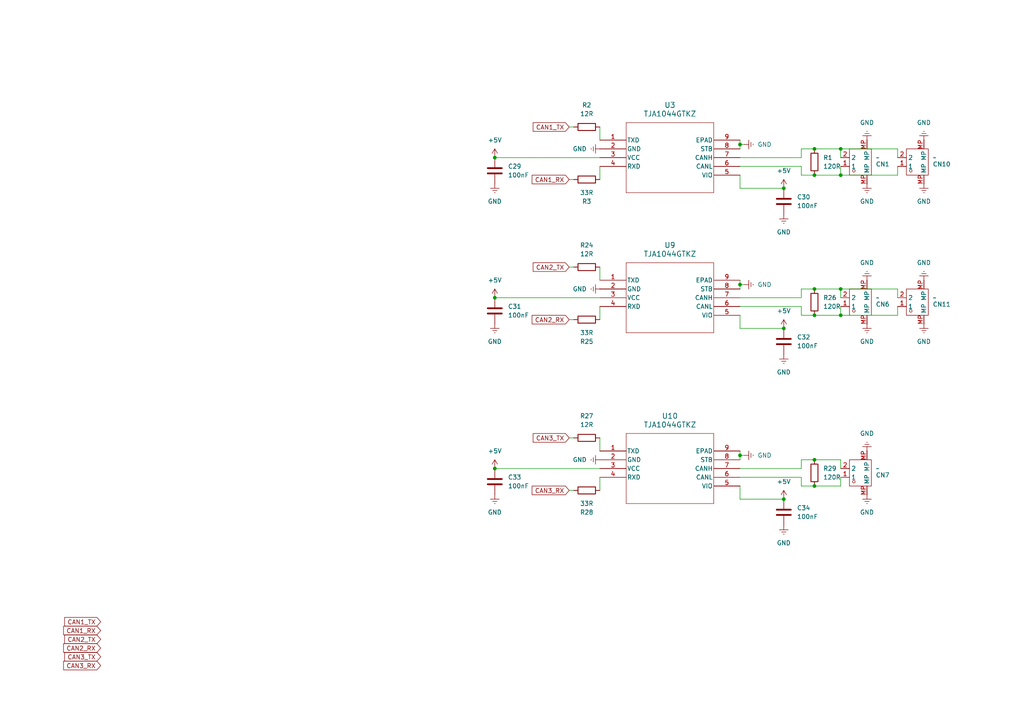
<source format=kicad_sch>
(kicad_sch (version 20231120) (generator "eeschema") (generator_version "8.0")
  (paper "A4")
  (lib_symbols
    (symbol "Device:C" (pin_numbers hide) (pin_names (offset 0.254))
      (property "Reference" "C" (at 0.635 2.54 0))
      (property "Value" "C" (at 0.635 -2.54 0))
      (symbol "C_0_1"
        (polyline (pts (xy -2.032 -0.762) (xy 2.032 -0.762)) (stroke (width 0.508)))
        (polyline (pts (xy -2.032 0.762) (xy 2.032 0.762)) (stroke (width 0.508)))
      )
      (symbol "C_1_1"
        (pin passive line (at 0 3.81 270) (length 2.794) (name "~") (number "1"))
        (pin passive line (at 0 -3.81 90) (length 2.794) (name "~") (number "2"))
      )
    )
    (symbol "Device:R" (pin_numbers hide) (pin_names (offset 0))
      (property "Reference" "R" (at 2.032 0 90))
      (property "Value" "R" (at 0 0 90))
      (symbol "R_0_1"
        (rectangle (start -1.016 -2.54) (end 1.016 2.54) (stroke (width 0.254)))
      )
      (symbol "R_1_1"
        (pin passive line (at 0 3.81 270) (length 1.27) (name "~") (number "1"))
        (pin passive line (at 0 -3.81 90) (length 1.27) (name "~") (number "2"))
      )
    )
    (symbol "Kaiser:GH125-02"
      (property "Reference" "CN" (at 6.096 5.08 0))
      (symbol "GH125-02_1_0"
        (rectangle (start -1.27 -3.81) (end 5.08 3.81))
        (circle (center 0 2.54) (radius 0.381))
        (pin unspecified line (at -3.81 1.27 0) (length 2.54) (name "1") (number "1"))
        (pin unspecified line (at -3.81 -1.27 0) (length 2.54) (name "2") (number "2"))
        (pin unspecified line (at 3.81 -6.35 90) (length 2.54) (name "MP") (number "MP"))
        (pin unspecified line (at 3.81 6.35 270) (length 2.54) (name "MP") (number "MP"))
      )
    )
    (symbol "Kaiser:TJA1044GTKZ" (pin_names (offset 0.254))
      (property "Reference" "U" (at 8.128 6.35 0))
      (property "Value" "TJA1044GTKZ" (at 20.32 -11.938 0))
      (symbol "TJA1044GTKZ_0_1"
        (polyline (pts (xy 7.62 -15.24) (xy 33.02 -15.24)) (stroke (width 0.127)))
        (polyline (pts (xy 7.62 5.08) (xy 7.62 -15.24)) (stroke (width 0.127)))
        (polyline (pts (xy 33.02 -15.24) (xy 33.02 5.08)) (stroke (width 0.127)))
        (polyline (pts (xy 33.02 5.08) (xy 7.62 5.08)) (stroke (width 0.127)))
        (pin input line (at 0 0 0) (length 7.62) (name "TXD") (number "1"))
        (pin power_out line (at 0 -2.54 0) (length 7.62) (name "GND") (number "2"))
        (pin power_in line (at 0 -5.08 0) (length 7.62) (name "VCC") (number "3"))
        (pin output line (at 0 -7.62 0) (length 7.62) (name "RXD") (number "4"))
        (pin unspecified line (at 40.64 -7.62 180) (length 7.62) (name "CANL") (number "6"))
        (pin unspecified line (at 40.64 -5.08 180) (length 7.62) (name "CANH") (number "7"))
        (pin input line (at 40.64 -2.54 180) (length 7.62) (name "STB") (number "8"))
        (pin power_out line (at 40.64 0 180) (length 7.62) (name "EPAD") (number "9"))
      )
      (symbol "TJA1044GTKZ_1_1"
        (pin input line (at 40.64 -10.16 180) (length 7.62) (name "VIO") (number "5"))
      )
    )
    (symbol "power:+5V" (power) (pin_numbers hide) (pin_names (offset 0) hide)
      (property "Value" "+5V" (at 0 3.556 0))
      (symbol "+5V_0_1"
        (polyline (pts (xy -0.762 1.27) (xy 0 2.54)))
        (polyline (pts (xy 0 0) (xy 0 2.54)))
        (polyline (pts (xy 0 2.54) (xy 0.762 1.27)))
      )
      (symbol "+5V_1_1"
        (pin power_in line (at 0 0 90) (length 0) (name "~") (number "1"))
      )
    )
    (symbol "power:GNDREF" (power) (pin_numbers hide) (pin_names (offset 0) hide)
      (property "Value" "GNDREF" (at 0 -3.81 0))
      (symbol "GNDREF_0_1"
        (polyline (pts (xy -0.635 -1.905) (xy 0.635 -1.905)))
        (polyline (pts (xy -0.127 -2.54) (xy 0.127 -2.54)))
        (polyline (pts (xy 0 -1.27) (xy 0 0)))
        (polyline (pts (xy 1.27 -1.27) (xy -1.27 -1.27)))
      )
      (symbol "GNDREF_1_1"
        (pin power_in line (at 0 0 270) (length 0) (name "~") (number "1"))
      )
    )
  )
  (junction (at 143.51 86.36))
  (junction (at 227.33 144.78))
  (junction (at 243.84 83.82))
  (junction (at 236.22 133.35))
  (junction (at 236.22 50.8))
  (junction (at 236.22 43.18))
  (junction (at 214.63 132.08))
  (junction (at 243.84 43.18))
  (junction (at 243.84 50.8))
  (junction (at 214.63 41.91))
  (junction (at 236.22 140.97))
  (junction (at 236.22 91.44))
  (junction (at 243.84 91.44))
  (junction (at 214.63 82.55))
  (junction (at 143.51 45.72))
  (junction (at 143.51 135.89))
  (junction (at 227.33 54.61))
  (junction (at 236.22 83.82))
  (junction (at 227.33 95.25))
  (wire (pts (xy 236.22 83.82) (xy 232.41 83.82)))
  (wire (pts (xy 214.63 82.55) (xy 214.63 83.82)))
  (wire (pts (xy 214.63 132.08) (xy 214.63 133.35)))
  (wire (pts (xy 243.84 50.8) (xy 236.22 50.8)))
  (wire (pts (xy 260.35 86.36) (xy 260.35 83.82)))
  (wire (pts (xy 260.35 48.26) (xy 260.35 50.8)))
  (wire (pts (xy 243.84 45.72) (xy 243.84 43.18)))
  (wire (pts (xy 214.63 95.25) (xy 227.33 95.25)))
  (wire (pts (xy 173.99 36.83) (xy 173.99 40.64)))
  (wire (pts (xy 173.99 138.43) (xy 173.99 142.24)))
  (wire (pts (xy 214.63 50.8) (xy 214.63 54.61)))
  (wire (pts (xy 260.35 45.72) (xy 260.35 43.18)))
  (wire (pts (xy 236.22 140.97) (xy 232.41 140.97)))
  (wire (pts (xy 214.63 40.64) (xy 214.63 41.91)))
  (wire (pts (xy 214.63 81.28) (xy 214.63 82.55)))
  (wire (pts (xy 165.1 127) (xy 166.37 127)))
  (wire (pts (xy 165.1 77.47) (xy 166.37 77.47)))
  (wire (pts (xy 214.63 91.44) (xy 214.63 95.25)))
  (wire (pts (xy 214.63 130.81) (xy 214.63 132.08)))
  (wire (pts (xy 232.41 133.35) (xy 232.41 135.89)))
  (wire (pts (xy 260.35 91.44) (xy 243.84 91.44)))
  (wire (pts (xy 214.63 140.97) (xy 214.63 144.78)))
  (wire (pts (xy 232.41 83.82) (xy 232.41 86.36)))
  (wire (pts (xy 143.51 86.36) (xy 173.99 86.36)))
  (wire (pts (xy 232.41 50.8) (xy 232.41 48.26)))
  (wire (pts (xy 165.1 142.24) (xy 166.37 142.24)))
  (wire (pts (xy 243.84 140.97) (xy 236.22 140.97)))
  (wire (pts (xy 215.9 41.91) (xy 214.63 41.91)))
  (wire (pts (xy 236.22 43.18) (xy 232.41 43.18)))
  (wire (pts (xy 173.99 88.9) (xy 173.99 92.71)))
  (wire (pts (xy 232.41 135.89) (xy 214.63 135.89)))
  (wire (pts (xy 214.63 41.91) (xy 214.63 43.18)))
  (wire (pts (xy 143.51 135.89) (xy 173.99 135.89)))
  (wire (pts (xy 243.84 88.9) (xy 243.84 91.44)))
  (wire (pts (xy 232.41 45.72) (xy 214.63 45.72)))
  (wire (pts (xy 243.84 86.36) (xy 243.84 83.82)))
  (wire (pts (xy 232.41 48.26) (xy 214.63 48.26)))
  (wire (pts (xy 236.22 133.35) (xy 232.41 133.35)))
  (wire (pts (xy 214.63 144.78) (xy 227.33 144.78)))
  (wire (pts (xy 243.84 138.43) (xy 243.84 140.97)))
  (wire (pts (xy 173.99 127) (xy 173.99 130.81)))
  (wire (pts (xy 165.1 36.83) (xy 166.37 36.83)))
  (wire (pts (xy 260.35 43.18) (xy 243.84 43.18)))
  (wire (pts (xy 243.84 43.18) (xy 236.22 43.18)))
  (wire (pts (xy 260.35 88.9) (xy 260.35 91.44)))
  (wire (pts (xy 232.41 91.44) (xy 232.41 88.9)))
  (wire (pts (xy 232.41 140.97) (xy 232.41 138.43)))
  (wire (pts (xy 243.84 135.89) (xy 243.84 133.35)))
  (wire (pts (xy 243.84 133.35) (xy 236.22 133.35)))
  (wire (pts (xy 232.41 43.18) (xy 232.41 45.72)))
  (wire (pts (xy 260.35 83.82) (xy 243.84 83.82)))
  (wire (pts (xy 173.99 48.26) (xy 173.99 52.07)))
  (wire (pts (xy 232.41 138.43) (xy 214.63 138.43)))
  (wire (pts (xy 260.35 50.8) (xy 243.84 50.8)))
  (wire (pts (xy 232.41 86.36) (xy 214.63 86.36)))
  (wire (pts (xy 215.9 132.08) (xy 214.63 132.08)))
  (wire (pts (xy 143.51 45.72) (xy 173.99 45.72)))
  (wire (pts (xy 243.84 48.26) (xy 243.84 50.8)))
  (wire (pts (xy 243.84 83.82) (xy 236.22 83.82)))
  (wire (pts (xy 215.9 82.55) (xy 214.63 82.55)))
  (wire (pts (xy 232.41 88.9) (xy 214.63 88.9)))
  (wire (pts (xy 236.22 91.44) (xy 232.41 91.44)))
  (wire (pts (xy 165.1 92.71) (xy 166.37 92.71)))
  (wire (pts (xy 243.84 91.44) (xy 236.22 91.44)))
  (wire (pts (xy 214.63 54.61) (xy 227.33 54.61)))
  (wire (pts (xy 236.22 50.8) (xy 232.41 50.8)))
  (wire (pts (xy 165.1 52.07) (xy 166.37 52.07)))
  (wire (pts (xy 173.99 77.47) (xy 173.99 81.28)))
  (global_label "CAN3_RX" (shape input) (at 29.21 193.04 180) (property "Intersheetrefs" "${INTERSHEET_REFS}" (effects (hide yes))))
  (global_label "CAN2_RX" (shape input) (at 29.21 187.96 180) (property "Intersheetrefs" "${INTERSHEET_REFS}" (effects (hide yes))))
  (global_label "CAN2_RX" (shape input) (at 165.1 92.71 180) (property "Intersheetrefs" "${INTERSHEET_REFS}" (effects (hide yes))))
  (global_label "CAN3_TX" (shape input) (at 165.1 127 180) (property "Intersheetrefs" "${INTERSHEET_REFS}" (effects (hide yes))))
  (global_label "CAN1_TX" (shape input) (at 165.1 36.83 180) (property "Intersheetrefs" "${INTERSHEET_REFS}" (effects (hide yes))))
  (global_label "CAN1_RX" (shape input) (at 29.21 182.88 180) (property "Intersheetrefs" "${INTERSHEET_REFS}" (effects (hide yes))))
  (global_label "CAN1_TX" (shape input) (at 29.21 180.34 180) (property "Intersheetrefs" "${INTERSHEET_REFS}" (effects (hide yes))))
  (global_label "CAN2_TX" (shape input) (at 165.1 77.47 180) (property "Intersheetrefs" "${INTERSHEET_REFS}" (effects (hide yes))))
  (global_label "CAN1_RX" (shape input) (at 165.1 52.07 180) (property "Intersheetrefs" "${INTERSHEET_REFS}" (effects (hide yes))))
  (global_label "CAN3_RX" (shape input) (at 165.1 142.24 180) (property "Intersheetrefs" "${INTERSHEET_REFS}" (effects (hide yes))))
  (global_label "CAN3_TX" (shape input) (at 29.21 190.5 180) (property "Intersheetrefs" "${INTERSHEET_REFS}" (effects (hide yes))))
  (global_label "CAN2_TX" (shape input) (at 29.21 185.42 180) (property "Intersheetrefs" "${INTERSHEET_REFS}" (effects (hide yes))))
  (symbol (lib_id "power:+5V") (at 143.51 86.36 0) (unit 1)
    (property "Reference" "#PWR068" (effects (hide yes)))
    (property "Value" "+5V" (at 143.51 81.28 0))
    (property "Description" "Power symbol creates a global label with name \"+5V\"" (effects (hide yes)))
  )
  (symbol (lib_id "Device:R") (at 236.22 46.99 0) (unit 1)
    (property "Reference" "R1" (at 238.76 45.7199 0) (effects (justify left)))
    (property "Value" "120R" (at 238.76 48.2599 0) (effects (justify left)))
    (property "Footprint" "Kaiser:R_0402_1005Metric" (effects (hide yes)))
    (property "Description" "Resistor" (effects (hide yes)))
  )
  (symbol (lib_id "power:GNDREF") (at 251.46 53.34 0) (mirror y) (unit 1)
    (property "Reference" "#PWR026" (effects (hide yes)))
    (property "Value" "GND" (at 251.46 58.42 0))
    (property "Description" "Power symbol creates a global label with name \"GNDREF\" , reference supply ground" (effects (hide yes)))
  )
  (symbol (lib_id "Kaiser:TJA1044GTKZ") (at 173.99 40.64 0) (unit 1)
    (property "Reference" "U3" (at 194.31 30.48 0) (effects (font (size 1.524 1.524))))
    (property "Value" "TJA1044GTKZ" (at 194.31 33.02 0) (effects (font (size 1.524 1.524))))
    (property "Footprint" "Kaiser:HVSON8_SOT782-1_NXP" (effects (hide yes)))
    (property "Datasheet" "TJA1044GTKZ" (effects (hide yes)))
  )
  (symbol (lib_id "power:GNDREF") (at 267.97 81.28 0) (mirror x) (unit 1)
    (property "Reference" "#PWR0132" (effects (hide yes)))
    (property "Value" "GND" (at 267.97 76.2 0))
    (property "Description" "Power symbol creates a global label with name \"GNDREF\" , reference supply ground" (effects (hide yes)))
  )
  (symbol (lib_id "Device:C") (at 143.51 49.53 0) (unit 1)
    (property "Reference" "C29" (at 147.32 48.2599 0) (effects (justify left)))
    (property "Value" "100nF" (at 147.32 50.7999 0) (effects (justify left)))
    (property "Footprint" "Kaiser:C_0402_1005Metric" (effects (hide yes)))
    (property "Description" "Unpolarized capacitor" (effects (hide yes)))
  )
  (symbol (lib_id "power:GNDREF") (at 267.97 40.64 0) (mirror x) (unit 1)
    (property "Reference" "#PWR0130" (effects (hide yes)))
    (property "Value" "GND" (at 267.97 35.56 0))
    (property "Description" "Power symbol creates a global label with name \"GNDREF\" , reference supply ground" (effects (hide yes)))
  )
  (symbol (lib_id "Device:R") (at 236.22 137.16 0) (unit 1)
    (property "Reference" "R29" (at 238.76 135.8899 0) (effects (justify left)))
    (property "Value" "120R" (at 238.76 138.4299 0) (effects (justify left)))
    (property "Footprint" "Kaiser:R_0402_1005Metric" (effects (hide yes)))
    (property "Description" "Resistor" (effects (hide yes)))
  )
  (symbol (lib_id "Kaiser:GH125-02") (at 247.65 87.63 0) (mirror x) (unit 1)
    (property "Reference" "CN6" (at 254 88.2651 0) (effects (justify left)))
    (property "Value" "~" (at 254 86.36 0) (effects (justify left)))
    (property "Footprint" "Connector_JST:JST_GH_SM02B-GHS-TB_1x02-1MP_P1.25mm_Horizontal" (effects (hide yes)))
  )
  (symbol (lib_id "Kaiser:GH125-02") (at 264.16 87.63 0) (mirror x) (unit 1)
    (property "Reference" "CN11" (at 270.51 88.2651 0) (effects (justify left)))
    (property "Value" "~" (at 270.51 86.36 0) (effects (justify left)))
    (property "Footprint" "Connector_JST:JST_GH_SM02B-GHS-TB_1x02-1MP_P1.25mm_Horizontal" (effects (hide yes)))
  )
  (symbol (lib_id "Device:R") (at 170.18 52.07 270) (mirror x) (unit 1)
    (property "Reference" "R3" (at 170.18 58.42 90))
    (property "Value" "33R" (at 170.18 55.88 90))
    (property "Footprint" "Kaiser:R_0402_1005Metric" (effects (hide yes)))
    (property "Description" "Resistor" (effects (hide yes)))
  )
  (symbol (lib_id "Device:R") (at 170.18 142.24 270) (mirror x) (unit 1)
    (property "Reference" "R28" (at 170.18 148.59 90))
    (property "Value" "33R" (at 170.18 146.05 90))
    (property "Footprint" "Kaiser:R_0402_1005Metric" (effects (hide yes)))
    (property "Description" "Resistor" (effects (hide yes)))
  )
  (symbol (lib_id "Device:C") (at 227.33 99.06 0) (unit 1)
    (property "Reference" "C32" (at 231.14 97.7899 0) (effects (justify left)))
    (property "Value" "100nF" (at 231.14 100.3299 0) (effects (justify left)))
    (property "Footprint" "Kaiser:C_0402_1005Metric" (effects (hide yes)))
    (property "Description" "Unpolarized capacitor" (effects (hide yes)))
  )
  (symbol (lib_id "power:GNDREF") (at 267.97 93.98 0) (mirror y) (unit 1)
    (property "Reference" "#PWR0133" (effects (hide yes)))
    (property "Value" "GND" (at 267.97 99.06 0))
    (property "Description" "Power symbol creates a global label with name \"GNDREF\" , reference supply ground" (effects (hide yes)))
  )
  (symbol (lib_id "power:GNDREF") (at 143.51 53.34 0) (mirror y) (unit 1)
    (property "Reference" "#PWR064" (effects (hide yes)))
    (property "Value" "GND" (at 143.51 58.42 0))
    (property "Description" "Power symbol creates a global label with name \"GNDREF\" , reference supply ground" (effects (hide yes)))
  )
  (symbol (lib_id "power:+5V") (at 227.33 54.61 0) (unit 1)
    (property "Reference" "#PWR065" (effects (hide yes)))
    (property "Value" "+5V" (at 227.33 49.53 0))
    (property "Description" "Power symbol creates a global label with name \"+5V\"" (effects (hide yes)))
  )
  (symbol (lib_id "Kaiser:TJA1044GTKZ") (at 173.99 130.81 0) (unit 1)
    (property "Reference" "U10" (at 194.31 120.65 0) (effects (font (size 1.524 1.524))))
    (property "Value" "TJA1044GTKZ" (at 194.31 123.19 0) (effects (font (size 1.524 1.524))))
    (property "Footprint" "Kaiser:HVSON8_SOT782-1_NXP" (effects (hide yes)))
    (property "Datasheet" "TJA1044GTKZ" (effects (hide yes)))
  )
  (symbol (lib_id "Kaiser:GH125-02") (at 247.65 137.16 0) (mirror x) (unit 1)
    (property "Reference" "CN7" (at 254 137.7951 0) (effects (justify left)))
    (property "Value" "~" (at 254 135.89 0) (effects (justify left)))
    (property "Footprint" "Connector_JST:JST_GH_SM02B-GHS-TB_1x02-1MP_P1.25mm_Horizontal" (effects (hide yes)))
  )
  (symbol (lib_id "power:GNDREF") (at 227.33 152.4 0) (mirror y) (unit 1)
    (property "Reference" "#PWR081" (effects (hide yes)))
    (property "Value" "GND" (at 227.33 157.48 0))
    (property "Description" "Power symbol creates a global label with name \"GNDREF\" , reference supply ground" (effects (hide yes)))
  )
  (symbol (lib_id "Device:R") (at 170.18 36.83 270) (unit 1)
    (property "Reference" "R2" (at 170.18 30.48 90))
    (property "Value" "12R" (at 170.18 33.02 90))
    (property "Footprint" "Kaiser:R_0402_1005Metric" (effects (hide yes)))
    (property "Description" "Resistor" (effects (hide yes)))
  )
  (symbol (lib_id "power:GNDREF") (at 143.51 93.98 0) (mirror y) (unit 1)
    (property "Reference" "#PWR069" (effects (hide yes)))
    (property "Value" "GND" (at 143.51 99.06 0))
    (property "Description" "Power symbol creates a global label with name \"GNDREF\" , reference supply ground" (effects (hide yes)))
  )
  (symbol (lib_id "power:GNDREF") (at 173.99 43.18 270) (mirror x) (unit 1)
    (property "Reference" "#PWR028" (effects (hide yes)))
    (property "Value" "GND" (at 170.18 43.1799 90) (effects (justify right)))
    (property "Description" "Power symbol creates a global label with name \"GNDREF\" , reference supply ground" (effects (hide yes)))
  )
  (symbol (lib_id "power:GNDREF") (at 251.46 143.51 0) (mirror y) (unit 1)
    (property "Reference" "#PWR083" (effects (hide yes)))
    (property "Value" "GND" (at 251.46 148.59 0))
    (property "Description" "Power symbol creates a global label with name \"GNDREF\" , reference supply ground" (effects (hide yes)))
  )
  (symbol (lib_id "Device:C") (at 227.33 148.59 0) (unit 1)
    (property "Reference" "C34" (at 231.14 147.3199 0) (effects (justify left)))
    (property "Value" "100nF" (at 231.14 149.8599 0) (effects (justify left)))
    (property "Footprint" "Kaiser:C_0402_1005Metric" (effects (hide yes)))
    (property "Description" "Unpolarized capacitor" (effects (hide yes)))
  )
  (symbol (lib_id "power:GNDREF") (at 227.33 62.23 0) (mirror y) (unit 1)
    (property "Reference" "#PWR066" (effects (hide yes)))
    (property "Value" "GND" (at 227.33 67.31 0))
    (property "Description" "Power symbol creates a global label with name \"GNDREF\" , reference supply ground" (effects (hide yes)))
  )
  (symbol (lib_id "power:+5V") (at 143.51 45.72 0) (unit 1)
    (property "Reference" "#PWR063" (effects (hide yes)))
    (property "Value" "+5V" (at 143.51 40.64 0))
    (property "Description" "Power symbol creates a global label with name \"+5V\"" (effects (hide yes)))
  )
  (symbol (lib_id "power:+5V") (at 227.33 95.25 0) (unit 1)
    (property "Reference" "#PWR072" (effects (hide yes)))
    (property "Value" "+5V" (at 227.33 90.17 0))
    (property "Description" "Power symbol creates a global label with name \"+5V\"" (effects (hide yes)))
  )
  (symbol (lib_id "power:GNDREF") (at 215.9 132.08 90) (mirror x) (unit 1)
    (property "Reference" "#PWR079" (effects (hide yes)))
    (property "Value" "GND" (at 219.71 132.0799 90) (effects (justify right)))
    (property "Description" "Power symbol creates a global label with name \"GNDREF\" , reference supply ground" (effects (hide yes)))
  )
  (symbol (lib_id "Device:C") (at 227.33 58.42 0) (unit 1)
    (property "Reference" "C30" (at 231.14 57.1499 0) (effects (justify left)))
    (property "Value" "100nF" (at 231.14 59.6899 0) (effects (justify left)))
    (property "Footprint" "Kaiser:C_0402_1005Metric" (effects (hide yes)))
    (property "Description" "Unpolarized capacitor" (effects (hide yes)))
  )
  (symbol (lib_id "power:GNDREF") (at 215.9 41.91 90) (mirror x) (unit 1)
    (property "Reference" "#PWR067" (effects (hide yes)))
    (property "Value" "GND" (at 219.71 41.9099 90) (effects (justify right)))
    (property "Description" "Power symbol creates a global label with name \"GNDREF\" , reference supply ground" (effects (hide yes)))
  )
  (symbol (lib_id "Kaiser:GH125-02") (at 264.16 46.99 0) (mirror x) (unit 1)
    (property "Reference" "CN10" (at 270.51 47.6251 0) (effects (justify left)))
    (property "Value" "~" (at 270.51 45.72 0) (effects (justify left)))
    (property "Footprint" "Connector_JST:JST_GH_SM02B-GHS-TB_1x02-1MP_P1.25mm_Horizontal" (effects (hide yes)))
  )
  (symbol (lib_id "power:GNDREF") (at 143.51 143.51 0) (mirror y) (unit 1)
    (property "Reference" "#PWR077" (effects (hide yes)))
    (property "Value" "GND" (at 143.51 148.59 0))
    (property "Description" "Power symbol creates a global label with name \"GNDREF\" , reference supply ground" (effects (hide yes)))
  )
  (symbol (lib_id "power:GNDREF") (at 251.46 81.28 0) (mirror x) (unit 1)
    (property "Reference" "#PWR074" (effects (hide yes)))
    (property "Value" "GND" (at 251.46 76.2 0))
    (property "Description" "Power symbol creates a global label with name \"GNDREF\" , reference supply ground" (effects (hide yes)))
  )
  (symbol (lib_id "Kaiser:TJA1044GTKZ") (at 173.99 81.28 0) (unit 1)
    (property "Reference" "U9" (at 194.31 71.12 0) (effects (font (size 1.524 1.524))))
    (property "Value" "TJA1044GTKZ" (at 194.31 73.66 0) (effects (font (size 1.524 1.524))))
    (property "Footprint" "Kaiser:HVSON8_SOT782-1_NXP" (effects (hide yes)))
    (property "Datasheet" "TJA1044GTKZ" (effects (hide yes)))
  )
  (symbol (lib_id "Device:R") (at 170.18 77.47 270) (unit 1)
    (property "Reference" "R24" (at 170.18 71.12 90))
    (property "Value" "12R" (at 170.18 73.66 90))
    (property "Footprint" "Kaiser:R_0402_1005Metric" (effects (hide yes)))
    (property "Description" "Resistor" (effects (hide yes)))
  )
  (symbol (lib_id "Kaiser:GH125-02") (at 247.65 46.99 0) (mirror x) (unit 1)
    (property "Reference" "CN1" (at 254 47.6251 0) (effects (justify left)))
    (property "Value" "~" (at 254 45.72 0) (effects (justify left)))
    (property "Footprint" "Connector_JST:JST_GH_SM02B-GHS-TB_1x02-1MP_P1.25mm_Horizontal" (effects (hide yes)))
  )
  (symbol (lib_id "power:GNDREF") (at 251.46 130.81 0) (mirror x) (unit 1)
    (property "Reference" "#PWR082" (effects (hide yes)))
    (property "Value" "GND" (at 251.46 125.73 0))
    (property "Description" "Power symbol creates a global label with name \"GNDREF\" , reference supply ground" (effects (hide yes)))
  )
  (symbol (lib_id "power:GNDREF") (at 227.33 102.87 0) (mirror y) (unit 1)
    (property "Reference" "#PWR073" (effects (hide yes)))
    (property "Value" "GND" (at 227.33 107.95 0))
    (property "Description" "Power symbol creates a global label with name \"GNDREF\" , reference supply ground" (effects (hide yes)))
  )
  (symbol (lib_id "power:GNDREF") (at 173.99 133.35 270) (mirror x) (unit 1)
    (property "Reference" "#PWR078" (effects (hide yes)))
    (property "Value" "GND" (at 170.18 133.3499 90) (effects (justify right)))
    (property "Description" "Power symbol creates a global label with name \"GNDREF\" , reference supply ground" (effects (hide yes)))
  )
  (symbol (lib_id "Device:C") (at 143.51 90.17 0) (unit 1)
    (property "Reference" "C31" (at 147.32 88.8999 0) (effects (justify left)))
    (property "Value" "100nF" (at 147.32 91.4399 0) (effects (justify left)))
    (property "Footprint" "Kaiser:C_0402_1005Metric" (effects (hide yes)))
    (property "Description" "Unpolarized capacitor" (effects (hide yes)))
  )
  (symbol (lib_id "power:GNDREF") (at 251.46 40.64 0) (mirror x) (unit 1)
    (property "Reference" "#PWR027" (effects (hide yes)))
    (property "Value" "GND" (at 251.46 35.56 0))
    (property "Description" "Power symbol creates a global label with name \"GNDREF\" , reference supply ground" (effects (hide yes)))
  )
  (symbol (lib_id "power:+5V") (at 227.33 144.78 0) (unit 1)
    (property "Reference" "#PWR080" (effects (hide yes)))
    (property "Value" "+5V" (at 227.33 139.7 0))
    (property "Description" "Power symbol creates a global label with name \"+5V\"" (effects (hide yes)))
  )
  (symbol (lib_id "power:GNDREF") (at 267.97 53.34 0) (mirror y) (unit 1)
    (property "Reference" "#PWR0131" (effects (hide yes)))
    (property "Value" "GND" (at 267.97 58.42 0))
    (property "Description" "Power symbol creates a global label with name \"GNDREF\" , reference supply ground" (effects (hide yes)))
  )
  (symbol (lib_id "Device:C") (at 143.51 139.7 0) (unit 1)
    (property "Reference" "C33" (at 147.32 138.4299 0) (effects (justify left)))
    (property "Value" "100nF" (at 147.32 140.9699 0) (effects (justify left)))
    (property "Footprint" "Kaiser:C_0402_1005Metric" (effects (hide yes)))
    (property "Description" "Unpolarized capacitor" (effects (hide yes)))
  )
  (symbol (lib_id "power:GNDREF") (at 215.9 82.55 90) (mirror x) (unit 1)
    (property "Reference" "#PWR071" (effects (hide yes)))
    (property "Value" "GND" (at 219.71 82.5499 90) (effects (justify right)))
    (property "Description" "Power symbol creates a global label with name \"GNDREF\" , reference supply ground" (effects (hide yes)))
  )
  (symbol (lib_id "Device:R") (at 170.18 127 270) (unit 1)
    (property "Reference" "R27" (at 170.18 120.65 90))
    (property "Value" "12R" (at 170.18 123.19 90))
    (property "Footprint" "Kaiser:R_0402_1005Metric" (effects (hide yes)))
    (property "Description" "Resistor" (effects (hide yes)))
  )
  (symbol (lib_id "Device:R") (at 170.18 92.71 270) (mirror x) (unit 1)
    (property "Reference" "R25" (at 170.18 99.06 90))
    (property "Value" "33R" (at 170.18 96.52 90))
    (property "Footprint" "Kaiser:R_0402_1005Metric" (effects (hide yes)))
    (property "Description" "Resistor" (effects (hide yes)))
  )
  (symbol (lib_id "power:+5V") (at 143.51 135.89 0) (unit 1)
    (property "Reference" "#PWR076" (effects (hide yes)))
    (property "Value" "+5V" (at 143.51 130.81 0))
    (property "Description" "Power symbol creates a global label with name \"+5V\"" (effects (hide yes)))
  )
  (symbol (lib_id "power:GNDREF") (at 251.46 93.98 0) (mirror y) (unit 1)
    (property "Reference" "#PWR075" (effects (hide yes)))
    (property "Value" "GND" (at 251.46 99.06 0))
    (property "Description" "Power symbol creates a global label with name \"GNDREF\" , reference supply ground" (effects (hide yes)))
  )
  (symbol (lib_id "Device:R") (at 236.22 87.63 0) (unit 1)
    (property "Reference" "R26" (at 238.76 86.3599 0) (effects (justify left)))
    (property "Value" "120R" (at 238.76 88.8999 0) (effects (justify left)))
    (property "Footprint" "Kaiser:R_0402_1005Metric" (effects (hide yes)))
    (property "Description" "Resistor" (effects (hide yes)))
  )
  (symbol (lib_id "power:GNDREF") (at 173.99 83.82 270) (mirror x) (unit 1)
    (property "Reference" "#PWR070" (effects (hide yes)))
    (property "Value" "GND" (at 170.18 83.8199 90) (effects (justify right)))
    (property "Description" "Power symbol creates a global label with name \"GNDREF\" , reference supply ground" (effects (hide yes)))
  )
)
</source>
